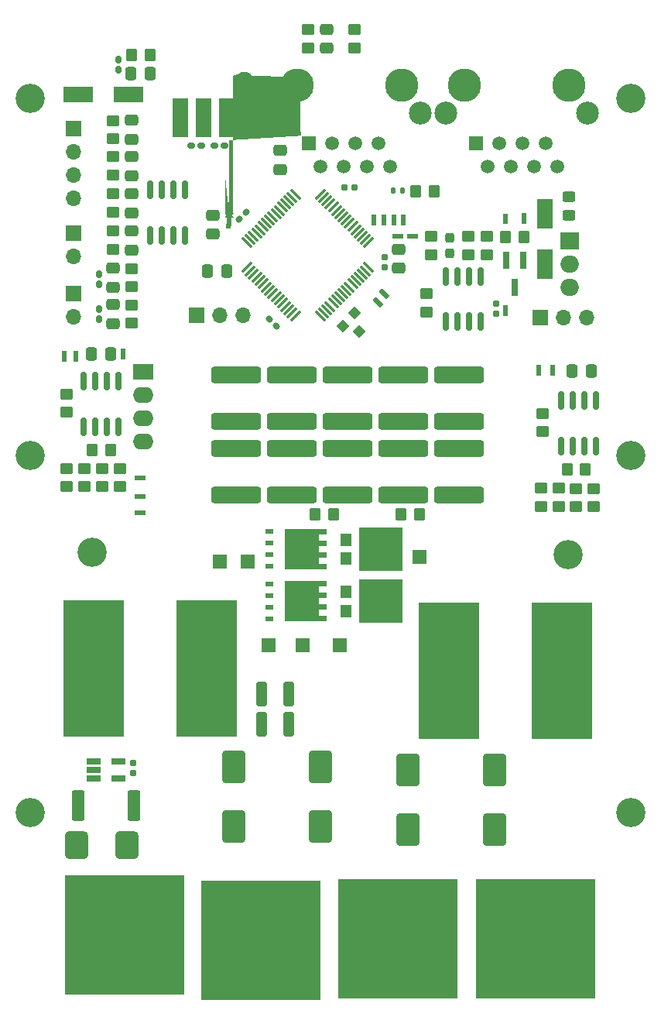
<source format=gbr>
%TF.GenerationSoftware,KiCad,Pcbnew,(6.0.9)*%
%TF.CreationDate,2022-11-24T15:29:20-03:00*%
%TF.ProjectId,main,6d61696e-2e6b-4696-9361-645f70636258,rev?*%
%TF.SameCoordinates,Original*%
%TF.FileFunction,Soldermask,Top*%
%TF.FilePolarity,Negative*%
%FSLAX46Y46*%
G04 Gerber Fmt 4.6, Leading zero omitted, Abs format (unit mm)*
G04 Created by KiCad (PCBNEW (6.0.9)) date 2022-11-24 15:29:20*
%MOMM*%
%LPD*%
G01*
G04 APERTURE LIST*
G04 Aperture macros list*
%AMRoundRect*
0 Rectangle with rounded corners*
0 $1 Rounding radius*
0 $2 $3 $4 $5 $6 $7 $8 $9 X,Y pos of 4 corners*
0 Add a 4 corners polygon primitive as box body*
4,1,4,$2,$3,$4,$5,$6,$7,$8,$9,$2,$3,0*
0 Add four circle primitives for the rounded corners*
1,1,$1+$1,$2,$3*
1,1,$1+$1,$4,$5*
1,1,$1+$1,$6,$7*
1,1,$1+$1,$8,$9*
0 Add four rect primitives between the rounded corners*
20,1,$1+$1,$2,$3,$4,$5,0*
20,1,$1+$1,$4,$5,$6,$7,0*
20,1,$1+$1,$6,$7,$8,$9,0*
20,1,$1+$1,$8,$9,$2,$3,0*%
%AMRotRect*
0 Rectangle, with rotation*
0 The origin of the aperture is its center*
0 $1 length*
0 $2 width*
0 $3 Rotation angle, in degrees counterclockwise*
0 Add horizontal line*
21,1,$1,$2,0,0,$3*%
%AMFreePoly0*
4,1,24,0.072828,0.257987,0.091931,0.252452,0.345931,0.049252,0.349258,0.043209,0.355301,0.039882,0.359977,0.023744,0.368082,0.009026,0.366162,0.002400,0.368082,-0.004226,0.359977,-0.018944,0.355301,-0.035082,0.349258,-0.038409,0.345931,-0.044452,0.091931,-0.247652,0.072828,-0.253187,0.054449,-0.260800,-0.123351,-0.260800,-0.165777,-0.243226,-0.183351,-0.200800,-0.183351,0.205600,
-0.165777,0.248026,-0.123351,0.265600,0.054449,0.265600,0.072828,0.257987,0.072828,0.257987,$1*%
%AMFreePoly1*
4,1,40,0.141626,0.245626,0.159200,0.203200,0.159200,-0.203200,0.141626,-0.245626,0.099200,-0.263200,-0.256400,-0.263200,-0.259782,-0.261799,-0.263299,-0.262801,-0.280566,-0.253190,-0.298826,-0.245626,-0.300226,-0.242247,-0.303423,-0.240467,-0.308835,-0.221462,-0.316400,-0.203200,-0.314999,-0.199818,-0.316001,-0.196301,-0.306390,-0.179034,-0.298826,-0.160774,-0.295447,-0.159374,-0.293667,-0.156177,
-0.098668,-0.001638,-0.099200,0.000000,-0.098668,0.001638,-0.293667,0.156177,-0.295447,0.159374,-0.298826,0.160774,-0.306390,0.179034,-0.316001,0.196301,-0.314999,0.199818,-0.316400,0.203200,-0.308835,0.221462,-0.303423,0.240467,-0.300226,0.242247,-0.298826,0.245626,-0.280566,0.253190,-0.263299,0.262801,-0.259782,0.261799,-0.256400,0.263200,0.099200,0.263200,0.141626,0.245626,
0.141626,0.245626,$1*%
%AMFreePoly2*
4,1,24,0.323179,0.308787,0.342282,0.303252,0.596282,0.100052,0.599609,0.094009,0.605652,0.090682,0.610328,0.074544,0.618433,0.059826,0.616513,0.053200,0.618433,0.046574,0.610328,0.031856,0.605652,0.015718,0.599609,0.012391,0.596282,0.006348,0.342282,-0.196852,0.323179,-0.202387,0.304800,-0.210000,-0.127000,-0.210000,-0.169426,-0.192426,-0.187000,-0.150000,-0.187000,0.256400,
-0.169426,0.298826,-0.127000,0.316400,0.304800,0.316400,0.323179,0.308787,0.323179,0.308787,$1*%
%AMFreePoly3*
4,1,63,0.460449,0.261854,0.463826,0.262833,0.481253,0.253237,0.499626,0.245626,0.500971,0.242378,0.504052,0.240682,0.509589,0.221575,0.517200,0.203200,0.515854,0.199951,0.516833,0.196574,0.507237,0.179147,0.499626,0.160774,0.496378,0.159429,0.494682,0.156348,0.299247,0.000000,0.494682,-0.156348,0.496378,-0.159429,0.499626,-0.160774,0.507237,-0.179147,0.516833,-0.196574,
0.515854,-0.199951,0.517200,-0.203200,0.509589,-0.221575,0.504052,-0.240682,0.500971,-0.242378,0.499626,-0.245626,0.481253,-0.253237,0.463826,-0.262833,0.460449,-0.261854,0.457200,-0.263200,-0.406400,-0.263200,-0.409782,-0.261799,-0.413299,-0.262801,-0.430566,-0.253190,-0.448826,-0.245626,-0.450226,-0.242247,-0.453423,-0.240467,-0.458835,-0.221462,-0.466400,-0.203200,-0.464999,-0.199818,
-0.466001,-0.196301,-0.456390,-0.179034,-0.448826,-0.160774,-0.445447,-0.159374,-0.443667,-0.156177,-0.246601,0.000000,-0.443667,0.156177,-0.445447,0.159374,-0.448826,0.160774,-0.456390,0.179034,-0.466001,0.196301,-0.464999,0.199818,-0.466400,0.203200,-0.458835,0.221462,-0.453423,0.240467,-0.450226,0.242247,-0.448826,0.245626,-0.430566,0.253190,-0.413299,0.262801,-0.409782,0.261799,
-0.406400,0.263200,0.457200,0.263200,0.460449,0.261854,0.460449,0.261854,$1*%
%AMFreePoly4*
4,1,17,2.675000,1.605000,1.875000,1.605000,1.875000,0.935000,2.675000,0.935000,2.675000,0.335000,1.875000,0.335000,1.875000,-0.335000,2.675000,-0.335000,2.675000,-0.935000,1.875000,-0.935000,1.875000,-1.605000,2.675000,-1.605000,2.675000,-2.205000,-1.875000,-2.205000,-1.875000,2.205000,2.675000,2.205000,2.675000,1.605000,2.675000,1.605000,$1*%
G04 Aperture macros list end*
%ADD10R,2.250000X1.750000*%
%ADD11O,2.250000X1.750000*%
%ADD12R,1.500000X1.500000*%
%ADD13R,0.526400X0.990600*%
%ADD14FreePoly0,270.000000*%
%ADD15FreePoly1,270.000000*%
%ADD16R,13.000000X13.000000*%
%ADD17RoundRect,0.250000X-0.450000X0.350000X-0.450000X-0.350000X0.450000X-0.350000X0.450000X0.350000X0*%
%ADD18C,3.200000*%
%ADD19R,3.300000X1.700000*%
%ADD20R,6.700000X15.000000*%
%ADD21R,0.990600X0.526400*%
%ADD22FreePoly0,0.000000*%
%ADD23FreePoly1,0.000000*%
%ADD24RoundRect,0.155000X0.212500X0.155000X-0.212500X0.155000X-0.212500X-0.155000X0.212500X-0.155000X0*%
%ADD25R,1.700000X1.700000*%
%ADD26O,1.700000X1.700000*%
%ADD27FreePoly0,90.000000*%
%ADD28FreePoly1,90.000000*%
%ADD29RoundRect,0.155000X-0.155000X0.212500X-0.155000X-0.212500X0.155000X-0.212500X0.155000X0.212500X0*%
%ADD30RoundRect,0.250000X-1.000000X1.500000X-1.000000X-1.500000X1.000000X-1.500000X1.000000X1.500000X0*%
%ADD31RoundRect,0.250000X-0.350000X-0.450000X0.350000X-0.450000X0.350000X0.450000X-0.350000X0.450000X0*%
%ADD32RoundRect,0.250000X0.325000X1.100000X-0.325000X1.100000X-0.325000X-1.100000X0.325000X-1.100000X0*%
%ADD33RoundRect,0.250000X0.450000X-0.350000X0.450000X0.350000X-0.450000X0.350000X-0.450000X-0.350000X0*%
%ADD34FreePoly0,180.000000*%
%ADD35FreePoly1,180.000000*%
%ADD36RoundRect,0.250000X-0.337500X-0.475000X0.337500X-0.475000X0.337500X0.475000X-0.337500X0.475000X0*%
%ADD37R,1.270000X1.400000*%
%ADD38R,4.720000X4.800000*%
%ADD39RoundRect,0.250000X-0.475000X0.337500X-0.475000X-0.337500X0.475000X-0.337500X0.475000X0.337500X0*%
%ADD40R,0.519600X1.168400*%
%ADD41R,0.528798X1.219200*%
%ADD42FreePoly2,270.000000*%
%ADD43FreePoly3,270.000000*%
%ADD44FreePoly2,90.000000*%
%ADD45RoundRect,0.160000X0.160000X-0.222500X0.160000X0.222500X-0.160000X0.222500X-0.160000X-0.222500X0*%
%ADD46RoundRect,0.250000X-2.450000X0.650000X-2.450000X-0.650000X2.450000X-0.650000X2.450000X0.650000X0*%
%ADD47RoundRect,0.250000X2.450000X-0.650000X2.450000X0.650000X-2.450000X0.650000X-2.450000X-0.650000X0*%
%ADD48RoundRect,0.250000X0.337500X0.475000X-0.337500X0.475000X-0.337500X-0.475000X0.337500X-0.475000X0*%
%ADD49RoundRect,0.075000X-0.548008X0.441942X0.441942X-0.548008X0.548008X-0.441942X-0.441942X0.548008X0*%
%ADD50RoundRect,0.075000X-0.548008X-0.441942X-0.441942X-0.548008X0.548008X0.441942X0.441942X0.548008X0*%
%ADD51RoundRect,0.237500X0.237500X-0.300000X0.237500X0.300000X-0.237500X0.300000X-0.237500X-0.300000X0*%
%ADD52RotRect,0.990600X0.526400X315.000000*%
%ADD53FreePoly0,315.000000*%
%ADD54FreePoly1,315.000000*%
%ADD55RoundRect,0.150000X0.150000X-0.825000X0.150000X0.825000X-0.150000X0.825000X-0.150000X-0.825000X0*%
%ADD56R,1.700000X4.240000*%
%ADD57FreePoly4,0.000000*%
%ADD58R,0.850000X0.500000*%
%ADD59RoundRect,0.250000X0.450000X-0.325000X0.450000X0.325000X-0.450000X0.325000X-0.450000X-0.325000X0*%
%ADD60RoundRect,0.249999X-0.450001X-1.425001X0.450001X-1.425001X0.450001X1.425001X-0.450001X1.425001X0*%
%ADD61R,0.800000X1.900000*%
%ADD62RoundRect,0.160000X-0.222500X-0.160000X0.222500X-0.160000X0.222500X0.160000X-0.222500X0.160000X0*%
%ADD63RoundRect,0.155000X0.040659X0.259862X-0.259862X-0.040659X-0.040659X-0.259862X0.259862X0.040659X0*%
%ADD64RoundRect,0.135000X-0.135000X-0.185000X0.135000X-0.185000X0.135000X0.185000X-0.135000X0.185000X0*%
%ADD65RoundRect,0.250000X0.475000X-0.337500X0.475000X0.337500X-0.475000X0.337500X-0.475000X-0.337500X0*%
%ADD66RoundRect,0.155000X0.259862X-0.040659X-0.040659X0.259862X-0.259862X0.040659X0.040659X-0.259862X0*%
%ADD67RotRect,1.000000X1.000000X45.000000*%
%ADD68RoundRect,0.409835X-0.840165X-1.090165X0.840165X-1.090165X0.840165X1.090165X-0.840165X1.090165X0*%
%ADD69R,1.560000X0.650000*%
%ADD70R,1.700000X3.300000*%
%ADD71R,2.000000X1.905000*%
%ADD72O,2.000000X1.905000*%
%ADD73C,3.650000*%
%ADD74C,1.500000*%
%ADD75C,2.500000*%
G04 APERTURE END LIST*
D10*
%TO.C,PS501*%
X28215500Y-121997500D03*
D11*
X28215500Y-124537500D03*
X28215500Y-127077500D03*
X28215500Y-129617500D03*
%TD*%
D12*
%TO.C,TP401*%
X39624000Y-142748000D03*
%TD*%
D13*
%TO.C,JP204*%
X53466786Y-105437199D03*
D14*
X53466786Y-104941899D03*
D15*
X53464386Y-105780099D03*
%TD*%
D16*
%TO.C,H104*%
X71120000Y-183968200D03*
%TD*%
D17*
%TO.C,R321*%
X24892000Y-94504000D03*
X24892000Y-96504000D03*
%TD*%
D18*
%TO.C,*%
X15875000Y-92075000D03*
%TD*%
D19*
%TO.C,D101*%
X26626000Y-91694000D03*
X21126000Y-91694000D03*
%TD*%
D17*
%TO.C,R308*%
X75565000Y-134716000D03*
X75565000Y-136716000D03*
%TD*%
D20*
%TO.C,Li401*%
X22786600Y-154432000D03*
X35125400Y-154432000D03*
%TD*%
D21*
%TO.C,JP502*%
X27927300Y-137411600D03*
D22*
X27432000Y-137411600D03*
D23*
X28270200Y-137414000D03*
%TD*%
D17*
%TO.C,R703*%
X59690000Y-107188000D03*
X59690000Y-109188000D03*
%TD*%
D24*
%TO.C,C209*%
X51367500Y-101854000D03*
X50232500Y-101854000D03*
%TD*%
D25*
%TO.C,J304*%
X20574000Y-113408000D03*
D26*
X20574000Y-115948000D03*
%TD*%
D16*
%TO.C,H102*%
X26162000Y-183540400D03*
%TD*%
D13*
%TO.C,JP109*%
X69844198Y-105145800D03*
D27*
X69844198Y-105641100D03*
D28*
X69846598Y-104802900D03*
%TD*%
D13*
%TO.C,JP303*%
X19560400Y-120347000D03*
D14*
X19560400Y-119851700D03*
D15*
X19558000Y-120689900D03*
%TD*%
D13*
%TO.C,JP207*%
X56699679Y-105437200D03*
D14*
X56699679Y-104941900D03*
D15*
X56697279Y-105780100D03*
%TD*%
D29*
%TO.C,C701*%
X66804948Y-114511500D03*
X66804948Y-115646500D03*
%TD*%
D30*
%TO.C,Ci406*%
X38100000Y-165152000D03*
X38100000Y-171652000D03*
%TD*%
D20*
%TO.C,L401*%
X61648600Y-154682700D03*
X73987400Y-154682700D03*
%TD*%
D31*
%TO.C,R705*%
X67836948Y-107238000D03*
X69836948Y-107238000D03*
%TD*%
D17*
%TO.C,TH303*%
X51308000Y-84576500D03*
X51308000Y-86576500D03*
%TD*%
D32*
%TO.C,Ci402*%
X44098000Y-160528000D03*
X41148000Y-160528000D03*
%TD*%
D21*
%TO.C,JP501*%
X27927300Y-133607950D03*
D22*
X27432000Y-133607950D03*
D23*
X28270200Y-133610350D03*
%TD*%
D33*
%TO.C,R315*%
X71755000Y-136700000D03*
X71755000Y-134700000D03*
%TD*%
D13*
%TO.C,JP304*%
X71452600Y-121871000D03*
D14*
X71452600Y-121375700D03*
D15*
X71450200Y-122213900D03*
%TD*%
D21*
%TO.C,JP201*%
X55968900Y-107190400D03*
D34*
X56464200Y-107190400D03*
D35*
X55626000Y-107188000D03*
%TD*%
D36*
%TO.C,C307*%
X22584500Y-119997000D03*
X24659500Y-119997000D03*
%TD*%
D30*
%TO.C,Ci405*%
X47625000Y-165152000D03*
X47625000Y-171652000D03*
%TD*%
D16*
%TO.C,H101*%
X41122067Y-184095200D03*
%TD*%
D25*
%TO.C,J302*%
X34051000Y-115824000D03*
D26*
X36591000Y-115824000D03*
X39131000Y-115824000D03*
%TD*%
D37*
%TO.C,D407*%
X50393200Y-148106000D03*
X50393200Y-146026000D03*
D38*
X54198200Y-147066000D03*
%TD*%
D18*
%TO.C,H401*%
X22606000Y-141732000D03*
%TD*%
D39*
%TO.C,C303*%
X24892000Y-110641580D03*
X24892000Y-112716580D03*
%TD*%
D40*
%TO.C,JP203*%
X37584999Y-105460800D03*
D41*
X37592000Y-104267000D03*
D42*
X37539999Y-103606600D03*
D43*
X37590799Y-104851200D03*
D44*
X37641599Y-106146600D03*
%TD*%
D17*
%TO.C,R307*%
X21776267Y-132521200D03*
X21776267Y-134521200D03*
%TD*%
%TO.C,R301*%
X26924000Y-110679080D03*
X26924000Y-112679080D03*
%TD*%
D45*
%TO.C,D301*%
X23368000Y-116240960D03*
X23368000Y-115095960D03*
%TD*%
D18*
%TO.C,*%
X81534000Y-92075000D03*
%TD*%
D32*
%TO.C,Ci401*%
X44098000Y-157226000D03*
X41148000Y-157226000D03*
%TD*%
D17*
%TO.C,R309*%
X73660000Y-134684000D03*
X73660000Y-136684000D03*
%TD*%
D46*
%TO.C,Cc407*%
X38354000Y-122316400D03*
X38354000Y-127416400D03*
%TD*%
D47*
%TO.C,Cc401*%
X56642000Y-135417400D03*
X56642000Y-130317400D03*
%TD*%
D39*
%TO.C,C311*%
X26924000Y-102520580D03*
X26924000Y-104595580D03*
%TD*%
D17*
%TO.C,R320*%
X24892000Y-102520080D03*
X24892000Y-104520080D03*
%TD*%
D48*
%TO.C,C207*%
X37359500Y-110998000D03*
X35284500Y-110998000D03*
%TD*%
D36*
%TO.C,C308*%
X75162500Y-121920000D03*
X77237500Y-121920000D03*
%TD*%
D46*
%TO.C,Cc403*%
X56642000Y-122316400D03*
X56642000Y-127416400D03*
%TD*%
D12*
%TO.C,TP405*%
X58420000Y-142223000D03*
%TD*%
D47*
%TO.C,Cc408*%
X44450000Y-135417400D03*
X44450000Y-130317400D03*
%TD*%
D33*
%TO.C,R310*%
X25670933Y-134537200D03*
X25670933Y-132537200D03*
%TD*%
D49*
%TO.C,U202*%
X44866819Y-102555519D03*
X44513266Y-102909072D03*
X44159713Y-103262625D03*
X43806159Y-103616179D03*
X43452606Y-103969732D03*
X43099052Y-104323286D03*
X42745499Y-104676839D03*
X42391946Y-105030392D03*
X42038392Y-105383946D03*
X41684839Y-105737499D03*
X41331286Y-106091052D03*
X40977732Y-106444606D03*
X40624179Y-106798159D03*
X40270625Y-107151713D03*
X39917072Y-107505266D03*
X39563519Y-107858819D03*
D50*
X39563519Y-110581181D03*
X39917072Y-110934734D03*
X40270625Y-111288287D03*
X40624179Y-111641841D03*
X40977732Y-111995394D03*
X41331286Y-112348948D03*
X41684839Y-112702501D03*
X42038392Y-113056054D03*
X42391946Y-113409608D03*
X42745499Y-113763161D03*
X43099052Y-114116714D03*
X43452606Y-114470268D03*
X43806159Y-114823821D03*
X44159713Y-115177375D03*
X44513266Y-115530928D03*
X44866819Y-115884481D03*
D49*
X47589181Y-115884481D03*
X47942734Y-115530928D03*
X48296287Y-115177375D03*
X48649841Y-114823821D03*
X49003394Y-114470268D03*
X49356948Y-114116714D03*
X49710501Y-113763161D03*
X50064054Y-113409608D03*
X50417608Y-113056054D03*
X50771161Y-112702501D03*
X51124714Y-112348948D03*
X51478268Y-111995394D03*
X51831821Y-111641841D03*
X52185375Y-111288287D03*
X52538928Y-110934734D03*
X52892481Y-110581181D03*
D50*
X52892481Y-107858819D03*
X52538928Y-107505266D03*
X52185375Y-107151713D03*
X51831821Y-106798159D03*
X51478268Y-106444606D03*
X51124714Y-106091052D03*
X50771161Y-105737499D03*
X50417608Y-105383946D03*
X50064054Y-105030392D03*
X49710501Y-104676839D03*
X49356948Y-104323286D03*
X49003394Y-103969732D03*
X48649841Y-103616179D03*
X48296287Y-103262625D03*
X47942734Y-102909072D03*
X47589181Y-102555519D03*
%TD*%
D17*
%TO.C,R702*%
X65786000Y-107188000D03*
X65786000Y-109188000D03*
%TD*%
%TO.C,R701*%
X59182000Y-113448900D03*
X59182000Y-115448900D03*
%TD*%
D51*
%TO.C,C702*%
X61722000Y-109050500D03*
X61722000Y-107325500D03*
%TD*%
D18*
%TO.C,*%
X81534000Y-170180000D03*
%TD*%
D16*
%TO.C,H103*%
X56060733Y-183978900D03*
%TD*%
D52*
%TO.C,JP108*%
X54623231Y-113547836D03*
D53*
X54273001Y-113197606D03*
D54*
X54864000Y-113792000D03*
%TD*%
D55*
%TO.C,U302*%
X73914000Y-130063000D03*
X75184000Y-130063000D03*
X76454000Y-130063000D03*
X77724000Y-130063000D03*
X77724000Y-125113000D03*
X76454000Y-125113000D03*
X75184000Y-125113000D03*
X73914000Y-125113000D03*
%TD*%
D39*
%TO.C,C315*%
X48260000Y-84539000D03*
X48260000Y-86614000D03*
%TD*%
D17*
%TO.C,R313*%
X77470000Y-134716000D03*
X77470000Y-136716000D03*
%TD*%
D47*
%TO.C,Cc404*%
X38354000Y-135417400D03*
X38354000Y-130317400D03*
%TD*%
D12*
%TO.C,TP403*%
X45669200Y-151892000D03*
%TD*%
D39*
%TO.C,C206*%
X43180000Y-97768500D03*
X43180000Y-99843500D03*
%TD*%
D56*
%TO.C,J102*%
X39892600Y-94219700D03*
X37378000Y-94219700D03*
X34838000Y-94219700D03*
X32298000Y-94219700D03*
%TD*%
D12*
%TO.C,TP402*%
X41910000Y-151892000D03*
%TD*%
D18*
%TO.C,*%
X15875000Y-131127500D03*
%TD*%
D39*
%TO.C,C310*%
X26924000Y-106596080D03*
X26924000Y-108671080D03*
%TD*%
D31*
%TO.C,R203*%
X26940000Y-87376000D03*
X28940000Y-87376000D03*
%TD*%
D13*
%TO.C,JP205*%
X54544417Y-105437199D03*
D14*
X54544417Y-104941899D03*
D15*
X54542017Y-105780099D03*
%TD*%
D57*
%TO.C,Q401*%
X45553200Y-141351000D03*
D58*
X42003200Y-143256000D03*
X42003200Y-141986000D03*
X42003200Y-140716000D03*
X42003200Y-139446000D03*
%TD*%
D17*
%TO.C,R302*%
X26924000Y-114668460D03*
X26924000Y-116668460D03*
%TD*%
D13*
%TO.C,JP302*%
X72976600Y-121871000D03*
D14*
X72976600Y-121375700D03*
D15*
X72974200Y-122213900D03*
%TD*%
D13*
%TO.C,JP206*%
X55622050Y-105437200D03*
D14*
X55622050Y-104941900D03*
D15*
X55619650Y-105780100D03*
%TD*%
D18*
%TO.C,H402*%
X74676000Y-141986000D03*
%TD*%
D33*
%TO.C,R704*%
X63754000Y-109188000D03*
X63754000Y-107188000D03*
%TD*%
D36*
%TO.C,C205*%
X26902500Y-89408000D03*
X28977500Y-89408000D03*
%TD*%
D30*
%TO.C,Ci404*%
X66675000Y-165533000D03*
X66675000Y-172033000D03*
%TD*%
D59*
%TO.C,F102*%
X74803000Y-104911000D03*
X74803000Y-102861000D03*
%TD*%
D29*
%TO.C,C210*%
X54610000Y-109414500D03*
X54610000Y-110549500D03*
%TD*%
D60*
%TO.C,R101*%
X21133500Y-169425000D03*
X27233500Y-169425000D03*
%TD*%
D61*
%TO.C,D701*%
X69786948Y-109769000D03*
X67886948Y-109769000D03*
X68836948Y-112769000D03*
%TD*%
D21*
%TO.C,JP101*%
X57630800Y-107184050D03*
D34*
X58126100Y-107184050D03*
D35*
X57287900Y-107181650D03*
%TD*%
D18*
%TO.C,*%
X81534000Y-131127500D03*
%TD*%
D25*
%TO.C,J601*%
X71643000Y-116078000D03*
D26*
X74183000Y-116078000D03*
X76723000Y-116078000D03*
%TD*%
D46*
%TO.C,Cc402*%
X62738000Y-122316400D03*
X62738000Y-127416400D03*
%TD*%
D55*
%TO.C,U305*%
X28956000Y-107058000D03*
X30226000Y-107058000D03*
X31496000Y-107058000D03*
X32766000Y-107058000D03*
X32766000Y-102108000D03*
X31496000Y-102108000D03*
X30226000Y-102108000D03*
X28956000Y-102108000D03*
%TD*%
D31*
%TO.C,R311*%
X22638000Y-130556000D03*
X24638000Y-130556000D03*
%TD*%
D55*
%TO.C,U701*%
X61341000Y-116505000D03*
X62611000Y-116505000D03*
X63881000Y-116505000D03*
X65151000Y-116505000D03*
X65151000Y-111555000D03*
X63881000Y-111555000D03*
X62611000Y-111555000D03*
X61341000Y-111555000D03*
%TD*%
D57*
%TO.C,Q402*%
X45553200Y-147066000D03*
D58*
X42003200Y-148971000D03*
X42003200Y-146431000D03*
X42003200Y-145161000D03*
X42003200Y-147701000D03*
%TD*%
D46*
%TO.C,Cc406*%
X44450000Y-122291000D03*
X44450000Y-127391000D03*
%TD*%
%TO.C,Cc410*%
X50546000Y-122316400D03*
X50546000Y-127416400D03*
%TD*%
D55*
%TO.C,U301*%
X21717000Y-127951000D03*
X22987000Y-127951000D03*
X24257000Y-127951000D03*
X25527000Y-127951000D03*
X25527000Y-123001000D03*
X24257000Y-123001000D03*
X22987000Y-123001000D03*
X21717000Y-123001000D03*
%TD*%
D13*
%TO.C,JP110*%
X67824898Y-105178800D03*
D27*
X67824898Y-105674100D03*
D28*
X67827298Y-104835900D03*
%TD*%
D45*
%TO.C,D302*%
X23368000Y-112425080D03*
X23368000Y-111280080D03*
%TD*%
D62*
%TO.C,D107*%
X36003500Y-97282000D03*
X37148500Y-97282000D03*
%TD*%
D31*
%TO.C,R202*%
X58055000Y-102235000D03*
X60055000Y-102235000D03*
%TD*%
D17*
%TO.C,R316*%
X19828000Y-124412000D03*
X19828000Y-126412000D03*
%TD*%
D63*
%TO.C,C211*%
X39517283Y-104500717D03*
X38714717Y-105303283D03*
%TD*%
D37*
%TO.C,D406*%
X50393200Y-142391000D03*
X50393200Y-140311000D03*
D38*
X54198200Y-141351000D03*
%TD*%
D30*
%TO.C,Ci403*%
X57150000Y-165533000D03*
X57150000Y-172033000D03*
%TD*%
D64*
%TO.C,R201*%
X55550909Y-102122068D03*
X56570909Y-102122068D03*
%TD*%
D17*
%TO.C,R326*%
X46228000Y-84576500D03*
X46228000Y-86576500D03*
%TD*%
D65*
%TO.C,C213*%
X35814000Y-106934000D03*
X35814000Y-104859000D03*
%TD*%
D25*
%TO.C,J303*%
X20574000Y-106834540D03*
D26*
X20574000Y-109374540D03*
%TD*%
D12*
%TO.C,TP404*%
X36576000Y-142748000D03*
%TD*%
D47*
%TO.C,Cc409*%
X62738000Y-135417400D03*
X62738000Y-130317400D03*
%TD*%
D29*
%TO.C,C305*%
X27101800Y-164710300D03*
X27101800Y-165845300D03*
%TD*%
D45*
%TO.C,D106*%
X25527000Y-88964500D03*
X25527000Y-87819500D03*
%TD*%
D62*
%TO.C,D108*%
X33463500Y-97282000D03*
X34608500Y-97282000D03*
%TD*%
D31*
%TO.C,TH302*%
X47006000Y-137541000D03*
X49006000Y-137541000D03*
%TD*%
D18*
%TO.C,*%
X15875000Y-170180000D03*
%TD*%
D39*
%TO.C,C309*%
X26924000Y-98445080D03*
X26924000Y-100520080D03*
%TD*%
D31*
%TO.C,R314*%
X74581000Y-132668000D03*
X76581000Y-132668000D03*
%TD*%
%TO.C,TH301*%
X56404000Y-137541000D03*
X58404000Y-137541000D03*
%TD*%
D66*
%TO.C,C208*%
X42819283Y-116987283D03*
X42016717Y-116184717D03*
%TD*%
D13*
%TO.C,JP105*%
X67816998Y-115360200D03*
D14*
X67816998Y-114864900D03*
D15*
X67814598Y-115703100D03*
%TD*%
D39*
%TO.C,C302*%
X24892000Y-114630960D03*
X24892000Y-116705960D03*
%TD*%
D13*
%TO.C,JP301*%
X20824050Y-120347000D03*
D14*
X20824050Y-119851700D03*
D15*
X20821650Y-120689900D03*
%TD*%
D13*
%TO.C,JP104*%
X26012000Y-120129300D03*
D14*
X26012000Y-119634000D03*
D15*
X26009600Y-120472200D03*
%TD*%
D67*
%TO.C,TP202*%
X51816000Y-117602000D03*
%TD*%
D39*
%TO.C,C312*%
X26924000Y-94482500D03*
X26924000Y-96557500D03*
%TD*%
D25*
%TO.C,J301*%
X20574000Y-95414540D03*
D26*
X20574000Y-97954540D03*
X20574000Y-100494540D03*
X20574000Y-103034540D03*
%TD*%
D68*
%TO.C,F101*%
X20916000Y-173736000D03*
X26416000Y-173736000D03*
%TD*%
D17*
%TO.C,R317*%
X71882000Y-126524000D03*
X71882000Y-128524000D03*
%TD*%
%TO.C,R318*%
X24892000Y-98455580D03*
X24892000Y-100455580D03*
%TD*%
D21*
%TO.C,JP106*%
X27927300Y-135636000D03*
D22*
X27432000Y-135636000D03*
D23*
X28270200Y-135638400D03*
%TD*%
D12*
%TO.C,TP406*%
X49682400Y-151892000D03*
%TD*%
D67*
%TO.C,TP201*%
X51308000Y-115570000D03*
%TD*%
D17*
%TO.C,R312*%
X19828934Y-132521200D03*
X19828934Y-134521200D03*
%TD*%
D39*
%TO.C,C212*%
X56134000Y-108563500D03*
X56134000Y-110638500D03*
%TD*%
D69*
%TO.C,U303*%
X22833500Y-164538000D03*
X22833500Y-165488000D03*
X22833500Y-166438000D03*
X25533500Y-166438000D03*
X25533500Y-164538000D03*
%TD*%
D17*
%TO.C,R306*%
X23723600Y-132537200D03*
X23723600Y-134537200D03*
%TD*%
D47*
%TO.C,Cc405*%
X50546000Y-135417400D03*
X50546000Y-130317400D03*
%TD*%
D67*
%TO.C,TP203*%
X50038000Y-116967000D03*
%TD*%
D52*
%TO.C,JP107*%
X53989507Y-114438112D03*
D53*
X53639277Y-114087882D03*
D54*
X54230276Y-114682276D03*
%TD*%
D17*
%TO.C,R319*%
X24892000Y-106584580D03*
X24892000Y-108584580D03*
%TD*%
D70*
%TO.C,D102*%
X72136000Y-110192000D03*
X72136000Y-104692000D03*
%TD*%
D71*
%TO.C,U601*%
X74859000Y-107696000D03*
D72*
X74859000Y-110236000D03*
X74859000Y-112776000D03*
%TD*%
D73*
%TO.C,J801*%
X45085000Y-90682000D03*
X56515000Y-90682000D03*
D12*
X46355000Y-97032000D03*
D74*
X47625000Y-99572000D03*
X48895000Y-97032000D03*
X50165000Y-99572000D03*
X51435000Y-97032000D03*
X52705000Y-99572000D03*
X53975000Y-97032000D03*
X55245000Y-99572000D03*
D75*
X43050000Y-93732000D03*
X58550000Y-93732000D03*
%TD*%
D73*
%TO.C,J802*%
X74803000Y-90682000D03*
X63373000Y-90682000D03*
D12*
X64643000Y-97032000D03*
D74*
X65913000Y-99572000D03*
X67183000Y-97032000D03*
X68453000Y-99572000D03*
X69723000Y-97032000D03*
X70993000Y-99572000D03*
X72263000Y-97032000D03*
X73533000Y-99572000D03*
D75*
X76838000Y-93732000D03*
X61338000Y-93732000D03*
%TD*%
M02*

</source>
